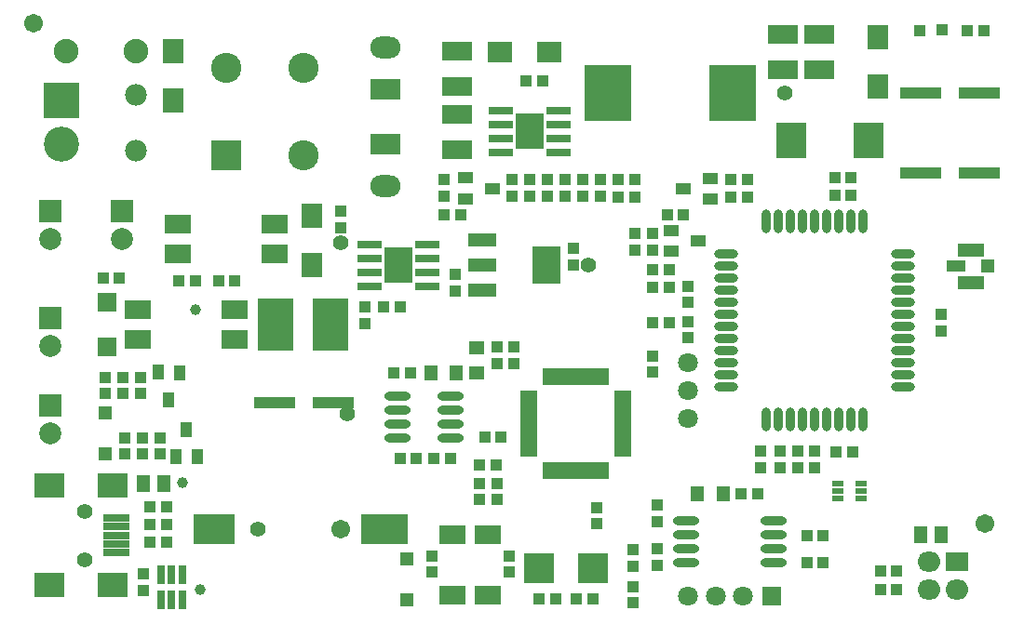
<source format=gts>
G04 Layer_Color=8388736*
%FSTAX24Y24*%
%MOIN*%
G70*
G01*
G75*
%ADD90R,0.0749X0.0867*%
%ADD91R,0.1655X0.2049*%
%ADD92R,0.0867X0.0749*%
%ADD93R,0.0434X0.0395*%
%ADD94R,0.1025X0.1300*%
%ADD95R,0.0900X0.0310*%
%ADD96R,0.1104X0.0710*%
%ADD97R,0.0395X0.0434*%
%ADD98R,0.0552X0.0415*%
%ADD99R,0.1025X0.1379*%
%ADD100R,0.1025X0.0474*%
%ADD101O,0.0867X0.0316*%
%ADD102O,0.0316X0.0867*%
%ADD103R,0.1064X0.1261*%
%ADD104R,0.1458X0.0395*%
%ADD105R,0.0671X0.0395*%
%ADD106R,0.0513X0.0474*%
%ADD107R,0.0946X0.0474*%
%ADD108R,0.0513X0.0592*%
%ADD109R,0.0395X0.0237*%
%ADD110R,0.0474X0.0580*%
%ADD111O,0.0946X0.0316*%
%ADD112R,0.1064X0.1104*%
%ADD113R,0.0946X0.0710*%
%ADD114R,0.0631X0.0198*%
%ADD115R,0.0198X0.0631*%
%ADD116R,0.0580X0.0474*%
%ADD117R,0.1261X0.1852*%
%ADD118R,0.0680X0.0680*%
%ADD119R,0.0946X0.0651*%
%ADD120R,0.0415X0.0552*%
%ADD121R,0.1458X0.1064*%
%ADD122R,0.1655X0.1064*%
%ADD123R,0.0474X0.0474*%
%ADD124R,0.1064X0.0867*%
%ADD125R,0.0966X0.0277*%
%ADD126R,0.0300X0.0660*%
%ADD127R,0.0395X0.0395*%
%ADD128C,0.0671*%
%ADD129R,0.0789X0.0789*%
%ADD130C,0.0789*%
%ADD131C,0.0880*%
%ADD132C,0.0780*%
%ADD133R,0.1080X0.1080*%
%ADD134C,0.1080*%
%ADD135O,0.1080X0.0780*%
%ADD136R,0.1080X0.0780*%
%ADD137C,0.0395*%
%ADD138C,0.0710*%
%ADD139O,0.0828X0.0710*%
%ADD140R,0.0828X0.0710*%
%ADD141R,0.0710X0.0710*%
%ADD142C,0.0552*%
%ADD143C,0.0671*%
%ADD144R,0.1261X0.1261*%
%ADD145C,0.1261*%
D90*
X022323Y03602D02*
D03*
Y037792D02*
D03*
X047559Y038304D02*
D03*
Y036532D02*
D03*
X027283Y031887D02*
D03*
Y030115D02*
D03*
D91*
X042343Y036299D02*
D03*
X037894D02*
D03*
D92*
X035791Y037756D02*
D03*
X034019D02*
D03*
D93*
X035531Y036732D02*
D03*
X034941D02*
D03*
X032598Y031929D02*
D03*
X032008D02*
D03*
X038248Y033189D02*
D03*
X038839D02*
D03*
X038248Y032559D02*
D03*
X038839D02*
D03*
X04Y031929D02*
D03*
X040591D02*
D03*
X040079Y029961D02*
D03*
X039488D02*
D03*
X040079Y029331D02*
D03*
X039488D02*
D03*
X040079Y028071D02*
D03*
X039488D02*
D03*
X042283Y032559D02*
D03*
X042874D02*
D03*
X042283Y033189D02*
D03*
X042874D02*
D03*
X050748Y038543D02*
D03*
X051339D02*
D03*
X046594Y033268D02*
D03*
X046004D02*
D03*
X046594Y032638D02*
D03*
X046004D02*
D03*
X046634Y023425D02*
D03*
X046043D02*
D03*
X047638Y019173D02*
D03*
X048228D02*
D03*
X047638Y018504D02*
D03*
X048228D02*
D03*
X043248Y021929D02*
D03*
X042657D02*
D03*
X045Y020433D02*
D03*
X045591D02*
D03*
X045Y019449D02*
D03*
X045591D02*
D03*
X033465Y023976D02*
D03*
X034055D02*
D03*
X033878Y022953D02*
D03*
X033287D02*
D03*
X036752Y01815D02*
D03*
X037343D02*
D03*
X036004D02*
D03*
X035413D02*
D03*
X031654Y023189D02*
D03*
X032244D02*
D03*
X031024D02*
D03*
X030433D02*
D03*
X030807Y02626D02*
D03*
X030217D02*
D03*
X029843Y028622D02*
D03*
X030433D02*
D03*
X02252Y029567D02*
D03*
X02311D02*
D03*
X023937D02*
D03*
X024528D02*
D03*
X020394Y029646D02*
D03*
X019803D02*
D03*
X022087Y021457D02*
D03*
X021496D02*
D03*
X022087Y020827D02*
D03*
X021496D02*
D03*
X022087Y020197D02*
D03*
X021496D02*
D03*
D94*
X035079Y034921D02*
D03*
X030394Y030118D02*
D03*
D95*
X036109Y035671D02*
D03*
Y035171D02*
D03*
Y034671D02*
D03*
Y034171D02*
D03*
X034049D02*
D03*
Y034671D02*
D03*
Y035171D02*
D03*
Y035671D02*
D03*
X031424Y030868D02*
D03*
Y030368D02*
D03*
Y029868D02*
D03*
Y029368D02*
D03*
X029364D02*
D03*
Y029868D02*
D03*
Y030368D02*
D03*
Y030868D02*
D03*
D96*
X03248Y036535D02*
D03*
Y037795D02*
D03*
X03248Y035512D02*
D03*
Y034252D02*
D03*
X044134Y037126D02*
D03*
Y038386D02*
D03*
X045433Y037126D02*
D03*
Y038386D02*
D03*
D97*
X032008Y032598D02*
D03*
Y033189D02*
D03*
X034449Y033189D02*
D03*
Y032598D02*
D03*
X035079Y032598D02*
D03*
Y033189D02*
D03*
X035709Y033189D02*
D03*
Y032598D02*
D03*
X036339Y032598D02*
D03*
Y033189D02*
D03*
X036969Y033189D02*
D03*
Y032598D02*
D03*
X037598Y033189D02*
D03*
Y032598D02*
D03*
X039488Y03126D02*
D03*
Y030669D02*
D03*
X038858Y03126D02*
D03*
Y030669D02*
D03*
X040748Y02937D02*
D03*
Y02878D02*
D03*
Y02811D02*
D03*
Y02752D02*
D03*
X039488Y02628D02*
D03*
Y02687D02*
D03*
X036654Y030138D02*
D03*
Y030728D02*
D03*
X045276Y023465D02*
D03*
Y022874D02*
D03*
X044685Y023465D02*
D03*
Y022874D02*
D03*
X044055Y023465D02*
D03*
Y022874D02*
D03*
X043346Y023465D02*
D03*
Y022874D02*
D03*
X049803Y028366D02*
D03*
Y027776D02*
D03*
X039646Y021535D02*
D03*
Y020945D02*
D03*
Y01937D02*
D03*
Y019961D02*
D03*
X03878Y019921D02*
D03*
Y019331D02*
D03*
Y018012D02*
D03*
Y018602D02*
D03*
X03748Y021437D02*
D03*
Y020846D02*
D03*
X033898Y022303D02*
D03*
Y021713D02*
D03*
X031575Y019114D02*
D03*
Y019705D02*
D03*
X033268Y022303D02*
D03*
Y021713D02*
D03*
X034528Y026594D02*
D03*
Y027185D02*
D03*
X033898Y026594D02*
D03*
Y027185D02*
D03*
X032402Y029193D02*
D03*
Y029783D02*
D03*
X028307Y031476D02*
D03*
Y032067D02*
D03*
X029173Y028031D02*
D03*
Y028622D02*
D03*
X020512Y025512D02*
D03*
Y026102D02*
D03*
X021142Y025512D02*
D03*
Y026102D02*
D03*
X019882Y025512D02*
D03*
Y026102D02*
D03*
X02122Y023937D02*
D03*
Y023346D02*
D03*
X020591Y023937D02*
D03*
Y023346D02*
D03*
X02185Y023937D02*
D03*
Y023346D02*
D03*
X02126Y019055D02*
D03*
Y018465D02*
D03*
X034331Y019114D02*
D03*
Y019705D02*
D03*
D98*
X03376Y032874D02*
D03*
X032778Y032504D02*
D03*
X032776Y033248D02*
D03*
X040571Y032874D02*
D03*
X041553Y033244D02*
D03*
X041555Y0325D02*
D03*
X041122Y030984D02*
D03*
X04014Y030614D02*
D03*
X040138Y031358D02*
D03*
D99*
X035669Y030118D02*
D03*
D100*
X033386Y029213D02*
D03*
Y030118D02*
D03*
Y031024D02*
D03*
D101*
X042106Y030531D02*
D03*
Y030098D02*
D03*
Y029665D02*
D03*
Y029232D02*
D03*
Y028799D02*
D03*
Y028366D02*
D03*
Y027933D02*
D03*
Y0275D02*
D03*
Y027067D02*
D03*
Y026634D02*
D03*
Y026201D02*
D03*
Y025768D02*
D03*
X048445D02*
D03*
Y026201D02*
D03*
Y026634D02*
D03*
Y027067D02*
D03*
Y0275D02*
D03*
Y027933D02*
D03*
Y028366D02*
D03*
Y028799D02*
D03*
Y029232D02*
D03*
Y029665D02*
D03*
Y030098D02*
D03*
Y030531D02*
D03*
D102*
X043543Y024606D02*
D03*
X043976D02*
D03*
X044409D02*
D03*
X044843D02*
D03*
X045276D02*
D03*
X045709D02*
D03*
X046142D02*
D03*
X046575D02*
D03*
X047008D02*
D03*
Y031693D02*
D03*
X046575D02*
D03*
X046142D02*
D03*
X045709D02*
D03*
X045276D02*
D03*
X044843D02*
D03*
X044409D02*
D03*
X043976D02*
D03*
X043543D02*
D03*
D103*
X047205Y034606D02*
D03*
X044449D02*
D03*
D104*
X049094Y036299D02*
D03*
X051181D02*
D03*
X049094Y033425D02*
D03*
X051181D02*
D03*
X028031Y025197D02*
D03*
X025945D02*
D03*
D105*
X050354Y030079D02*
D03*
D106*
X051476D02*
D03*
D107*
X050866Y029488D02*
D03*
Y030669D02*
D03*
D108*
X049075Y020453D02*
D03*
X049823D02*
D03*
X021988Y022303D02*
D03*
X02124D02*
D03*
D109*
X046102Y021772D02*
D03*
Y022283D02*
D03*
Y022028D02*
D03*
X04696Y022283D02*
D03*
Y022028D02*
D03*
Y021772D02*
D03*
D110*
X041093Y021925D02*
D03*
X041998D02*
D03*
X032451Y026264D02*
D03*
X031545D02*
D03*
D111*
X043799Y019447D02*
D03*
Y019947D02*
D03*
Y020447D02*
D03*
Y020947D02*
D03*
X040689Y019447D02*
D03*
Y019947D02*
D03*
Y020447D02*
D03*
Y020947D02*
D03*
X030354Y025435D02*
D03*
Y024935D02*
D03*
Y024435D02*
D03*
Y023935D02*
D03*
X032244Y025435D02*
D03*
Y024935D02*
D03*
Y024435D02*
D03*
Y023935D02*
D03*
D112*
X035413Y019252D02*
D03*
X037343D02*
D03*
D113*
X033583Y020472D02*
D03*
Y018307D02*
D03*
X032323D02*
D03*
Y020472D02*
D03*
D114*
X035059Y023366D02*
D03*
Y023563D02*
D03*
Y02376D02*
D03*
Y023957D02*
D03*
Y024154D02*
D03*
Y02435D02*
D03*
Y024547D02*
D03*
Y024744D02*
D03*
Y024941D02*
D03*
Y025138D02*
D03*
Y025335D02*
D03*
Y025531D02*
D03*
X038406D02*
D03*
Y025335D02*
D03*
Y025138D02*
D03*
Y024941D02*
D03*
Y024744D02*
D03*
Y024547D02*
D03*
Y02435D02*
D03*
Y024154D02*
D03*
Y023957D02*
D03*
Y02376D02*
D03*
Y023563D02*
D03*
Y023366D02*
D03*
D115*
X03565Y026122D02*
D03*
X035846D02*
D03*
X036043D02*
D03*
X03624D02*
D03*
X036437D02*
D03*
X036634D02*
D03*
X036831D02*
D03*
X037028D02*
D03*
X037224D02*
D03*
X037421D02*
D03*
X037618D02*
D03*
X037815D02*
D03*
Y022776D02*
D03*
X037618D02*
D03*
X037421D02*
D03*
X037224D02*
D03*
X037028D02*
D03*
X036831D02*
D03*
X036634D02*
D03*
X036437D02*
D03*
X03624D02*
D03*
X036043D02*
D03*
X035846D02*
D03*
X03565D02*
D03*
D116*
X033185Y027175D02*
D03*
Y02627D02*
D03*
D117*
X027953Y027992D02*
D03*
X025984D02*
D03*
D118*
X019961Y027205D02*
D03*
Y02878D02*
D03*
D119*
X024528Y027463D02*
D03*
Y028522D02*
D03*
X021063Y027463D02*
D03*
Y028522D02*
D03*
X02248Y031593D02*
D03*
Y030533D02*
D03*
X025945Y031593D02*
D03*
Y030533D02*
D03*
D120*
X021777Y02628D02*
D03*
X022535Y026277D02*
D03*
X022163Y025295D02*
D03*
X023183Y023248D02*
D03*
X022425Y02325D02*
D03*
X022797Y024232D02*
D03*
D121*
X02378Y020669D02*
D03*
D122*
X029882Y020669D02*
D03*
D123*
X019882Y023346D02*
D03*
Y02482D02*
D03*
X030669Y019587D02*
D03*
Y018113D02*
D03*
D124*
X020156Y022215D02*
D03*
X017896Y022216D02*
D03*
Y018673D02*
D03*
X020156Y018671D02*
D03*
D125*
X020276Y021063D02*
D03*
X020281Y020753D02*
D03*
X020286Y020443D02*
D03*
X020291Y020133D02*
D03*
X020296Y019823D02*
D03*
D126*
X022638Y018136D02*
D03*
X022264D02*
D03*
X02189D02*
D03*
Y019016D02*
D03*
X022264D02*
D03*
X022638D02*
D03*
D127*
X049055Y038543D02*
D03*
X049839Y038548D02*
D03*
D128*
X051378Y020866D02*
D03*
X017323Y03878D02*
D03*
D129*
X017913Y025079D02*
D03*
Y032047D02*
D03*
X020472D02*
D03*
X017913Y028228D02*
D03*
D130*
Y024079D02*
D03*
Y031047D02*
D03*
X020472D02*
D03*
X017913Y027228D02*
D03*
D131*
X018491Y037805D02*
D03*
X020991D02*
D03*
D132*
X020984Y036213D02*
D03*
Y034213D02*
D03*
D133*
X024213Y034055D02*
D03*
D134*
X026969D02*
D03*
Y037205D02*
D03*
X024213D02*
D03*
D135*
X029921Y037937D02*
D03*
Y032949D02*
D03*
D136*
Y036437D02*
D03*
Y034449D02*
D03*
D137*
X034882Y035315D02*
D03*
Y034921D02*
D03*
Y034528D02*
D03*
X035276D02*
D03*
Y034921D02*
D03*
Y035315D02*
D03*
X030197Y030512D02*
D03*
Y030118D02*
D03*
Y029724D02*
D03*
X030591D02*
D03*
Y030118D02*
D03*
Y030512D02*
D03*
X023268Y018504D02*
D03*
X022638Y022323D02*
D03*
X02311Y028543D02*
D03*
D138*
X040748Y02463D02*
D03*
Y02564D02*
D03*
Y02662D02*
D03*
X04273Y018268D02*
D03*
X04175D02*
D03*
X04074D02*
D03*
D139*
X049394Y019488D02*
D03*
Y018488D02*
D03*
X050394D02*
D03*
D140*
Y019488D02*
D03*
D141*
X04374Y018268D02*
D03*
D142*
X025346Y020669D02*
D03*
X01914Y019577D02*
D03*
Y021309D02*
D03*
X028307Y030945D02*
D03*
X037185Y030138D02*
D03*
X044213Y036299D02*
D03*
X028543Y024803D02*
D03*
D143*
X028307Y020669D02*
D03*
D144*
X018307Y036024D02*
D03*
D145*
Y034449D02*
D03*
M02*

</source>
